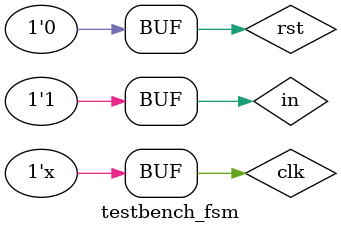
<source format=v>

module testbench_fsm ;

 reg in;
 reg clk;
 reg rst;
 wire out;
 //integer i ;
 always #40 clk = ~clk ;
 
 FSM DUT(.in(in), .clk(clk), .rst(rst), .out(out));
 
 initial begin 
 
   clk = 0;
   rst = 1;
   #3 rst = 0;
  
   #15 in = 1;
   #60 in = 0;
   #60 in = 1;
   #60 in = 1;
   #60 in = 1;
   #60 in = 1;
   #60 in = 1;
   #60 in = 0;
   #60 in = 0;
   #60 in = 1;
   #60 in = 1;
   #60 in = 1;
   #60 in = 1; 
   #60 in = 1;
   #60 in = 1;
   #60 in = 1;
   #60 in = 1;
   
 end
endmodule

</source>
